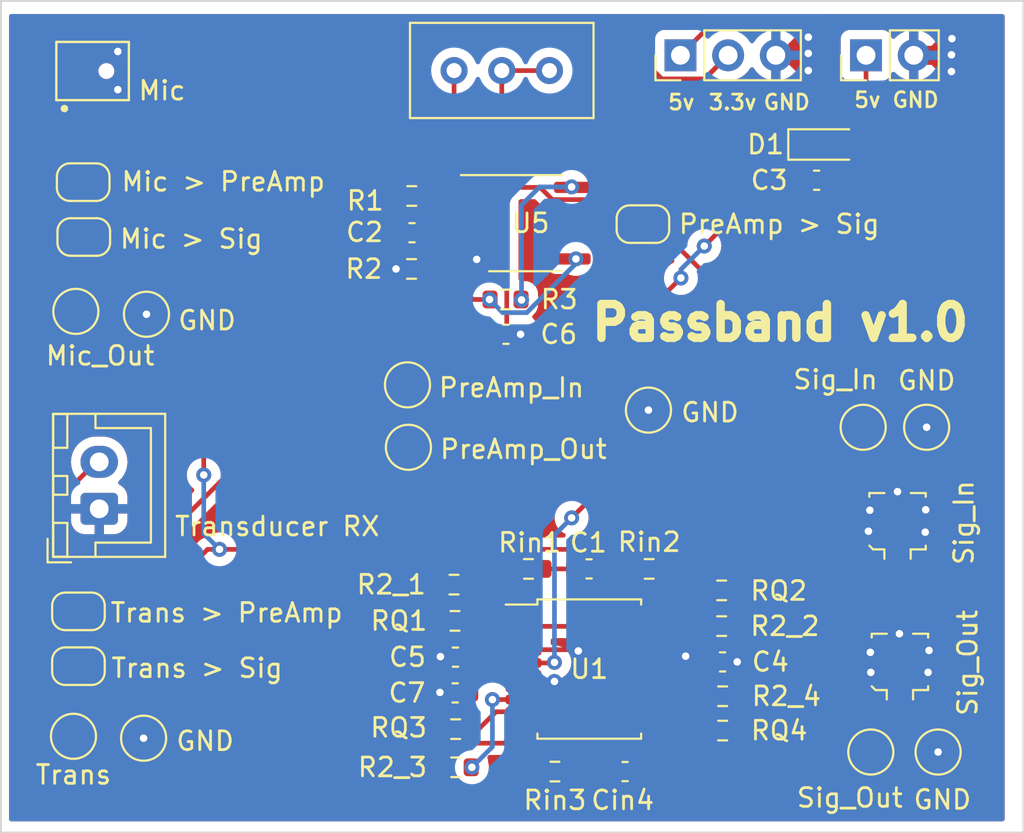
<source format=kicad_pcb>
(kicad_pcb (version 20221018) (generator pcbnew)
  (title_block (comment 4 "AISLER Project ID: ADNTECSP"))
  (layers (0 "F.Cu" signal) (31 "B.Cu" signal) (34 "B.Paste" user) (35 "F.Paste" user) (36 "B.SilkS" user "B.Silkscreen") (37 "F.SilkS" user "F.Silkscreen") (38 "B.Mask" user) (39 "F.Mask" user) (44 "Edge.Cuts" user))
  (net 0 "")
  (net 1 "Net-(U1-V1_A)")
  (net 2 "Net-(U1-INV_D)")
  (net 3 "Net-(U1-AGND)")
  (net 4 "+5V")
  (net 5 "Net-(J2-In)")
  (net 6 "Net-(U1-INV_B)")
  (net 7 "Net-(U1-V1_B)")
  (net 8 "Net-(U1-V2_B)")
  (net 9 "Net-(U1-INV_C)")
  (net 10 "Net-(U1-V1_C)")
  (net 11 "Net-(U1-V2_C)")
  (net 12 "GND")
  (net 13 "Net-(U1-INV_A)")
  (net 14 "Net-(U1-V1_D)")
  (net 15 "Net-(U1-V2_A)")
  (net 16 "+3.3V")
  (net 17 "/Mic_Out")
  (net 18 "/Sig_In")
  (net 19 "Net-(C1-Pad1)")
  (net 20 "Net-(C2-Pad1)")
  (net 21 "/PreAmp_In")
  (net 22 "+1V35")
  (net 23 "/PreAmp_Out")
  (net 24 "Net-(U5A--)")
  (net 25 "/Transducer_Out")
  (net 26 "Net-(U5B--)")
  (net 27 "Net-(D1-A)")
  (footprint "TestPoint:TestPoint_Pad_D2.0mm" (layer "F.Cu") (at 119.4308 131.4704)
    (fp_text reference "TP7" hide)
    (fp_text value "Trans" (at 0 2.05) (layer "F.SilkS"))
    (pad "1" smd circle (at 0 0) (size 2 2) (layers "F.Cu" "F.Mask") (net 25 "/Transducer_Out"))
  )
  (footprint "Connector_JST:JST_XH_B2B-XH-A_1x02_P2.50mm_Vertical" (layer "F.Cu") (at 120.8024 119.3546 90)
    (fp_text reference "J3" hide)
    (fp_text value "Transducer" hide)
    (pad "1" thru_hole roundrect (at 0 0 90) (size 1.7 2) (drill 1) (layers "*.Cu" "*.Mask") (roundrect_rratio 0.1470588235) (net 12 "GND"))
    (pad "2" thru_hole oval (at 2.5 0 90) (size 1.7 2) (drill 1) (layers "*.Cu" "*.Mask") (net 25 "/Transducer_Out"))
  )
  (footprint "Capacitor_SMD:C_0603_1608Metric" (layer "F.Cu") (at 137.4518 104.648 180)
    (fp_text reference "C2" (at 2.527 0.0254) (layer "F.SilkS"))
    (fp_text value "1nF" hide)
    (pad "1" smd roundrect (at -0.775 0 180) (size 0.9 0.95) (layers "F.Cu" "F.Paste" "F.Mask") (net 20 "Net-(C2-Pad1)"))
    (pad "2" smd roundrect (at 0.775 0 180) (size 0.9 0.95) (layers "F.Cu" "F.Paste" "F.Mask") (net 21 "/PreAmp_In"))
  )
  (footprint "Resistor_SMD:R_0603_1608Metric" (layer "F.Cu") (at 150.0764 122.555)
    (fp_text reference "Rin2" (at 0 -1.43) (layer "F.SilkS"))
    (fp_text value "47.5k 1%" hide)
    (pad "1" smd roundrect (at -0.825 0) (size 0.8 0.95) (layers "F.Cu" "F.Paste" "F.Mask") (net 7 "Net-(U1-V1_B)"))
    (pad "2" smd roundrect (at 0.825 0) (size 0.8 0.95) (layers "F.Cu" "F.Paste" "F.Mask") (net 9 "Net-(U1-INV_C)"))
  )
  (footprint "Resistor_SMD:R_0603_1608Metric" (layer "F.Cu") (at 139.6878 123.3932)
    (fp_text reference "R2_1" (at -3.3406 0) (layer "F.SilkS"))
    (fp_text value "82.5k 1%" hide)
    (pad "1" smd roundrect (at -0.825 0) (size 0.8 0.95) (layers "F.Cu" "F.Paste" "F.Mask") (net 6 "Net-(U1-INV_B)"))
    (pad "2" smd roundrect (at 0.825 0) (size 0.8 0.95) (layers "F.Cu" "F.Paste" "F.Mask") (net 8 "Net-(U1-V2_B)"))
  )
  (footprint "TestPoint:TestPoint_Pad_D2.0mm" (layer "F.Cu") (at 123.317 108.9914)
    (fp_text reference "TP8" hide)
    (fp_text value "GND" (at 3.2258 0.3302) (layer "F.SilkS"))
    (pad "1" smd circle (at 0 0) (size 2 2) (layers "F.Cu" "F.Mask") (net 12 "GND"))
  )
  (footprint "TestPoint:TestPoint_Pad_D2.0mm" (layer "F.Cu") (at 137.2616 116.078)
    (fp_text reference "TP2" hide)
    (fp_text value "PreAmp_Out" (at 6.1214 0.1016) (layer "F.SilkS"))
    (pad "1" smd circle (at 0 0) (size 2 2) (layers "F.Cu" "F.Mask") (net 23 "/PreAmp_Out"))
  )
  (footprint "Jumper:SolderJumper-2_P1.3mm_Open_RoundedPad1.0x1.5mm" (layer "F.Cu") (at 119.6952 127.7366)
    (fp_text reference "JP5" hide)
    (fp_text value "Trans > Sig" (at 6.3142 0.1016) (layer "F.SilkS"))
    (pad "1" smd custom (at -0.65 0) (size 1 0.5) (layers "F.Cu" "F.Mask") (net 25 "/Transducer_Out") (options (clearance outline) (anchor rect)) (primitives (gr_circle (center 0 0.25) (end 0.5 0.25) (width 0) (fill yes)) (gr_circle (center 0 -0.25) (end 0.5 -0.25) (width 0) (fill yes)) (gr_poly (pts (xy 0.5 0.75) (xy 0 0.75) (xy 0 -0.75) (xy 0.5 -0.75)) (width 0) (fill yes))))
    (pad "2" smd custom (at 0.65 0) (size 1 0.5) (layers "F.Cu" "F.Mask") (net 18 "/Sig_In") (options (clearance outline) (anchor rect)) (primitives (gr_circle (center 0 0.25) (end 0.5 0.25) (width 0) (fill yes)) (gr_circle (center 0 -0.25) (end 0.5 -0.25) (width 0) (fill yes)) (gr_poly (pts (xy 0 0.75) (xy -0.5 0.75) (xy -0.5 -0.75) (xy 0 -0.75)) (width 0) (fill yes))))
  )
  (footprint "Capacitor_SMD:C_0603_1608Metric" (layer "F.Cu") (at 139.7508 129.159)
    (fp_text reference "C7" (at -2.5654 0) (layer "F.SilkS"))
    (fp_text value "0.1uF" hide)
    (pad "1" smd roundrect (at -0.775 0) (size 0.9 0.95) (layers "F.Cu" "F.Paste" "F.Mask") (net 12 "GND"))
    (pad "2" smd roundrect (at 0.775 0) (size 0.9 0.95) (layers "F.Cu" "F.Paste" "F.Mask") (net 4 "+5V"))
  )
  (footprint "Resistor_SMD:R_0603_1608Metric" (layer "F.Cu") (at 143.6502 122.555 180)
    (fp_text reference "Rin1" (at -0.063 1.397) (layer "F.SilkS"))
    (fp_text value "2.32k 1%" hide)
    (pad "1" smd roundrect (at -0.825 0 180) (size 0.8 0.95) (layers "F.Cu" "F.Paste" "F.Mask") (net 19 "Net-(C1-Pad1)"))
    (pad "2" smd roundrect (at 0.825 0 180) (size 0.8 0.95) (layers "F.Cu" "F.Paste" "F.Mask") (net 6 "Net-(U1-INV_B)"))
  )
  (footprint "Connector_PinHeader_2.54mm:PinHeader_1x03_P2.54mm_Vertical" (layer "F.Cu") (at 151.7396 95.1992 90)
    (fp_text reference "J4" hide)
    (fp_text value "+5v to +3.3v" hide)
    (pad "1" thru_hole rect (at 0 0 90) (size 1.7 1.7) (drill 1) (layers "*.Cu" "*.Mask") (net 4 "+5V"))
    (pad "2" thru_hole oval (at 0 2.54 90) (size 1.7 1.7) (drill 1) (layers "*.Cu" "*.Mask") (net 16 "+3.3V"))
    (pad "3" thru_hole oval (at 0 5.08 90) (size 1.7 1.7) (drill 1) (layers "*.Cu" "*.Mask") (net 12 "GND"))
  )
  (footprint "Resistor_SMD:R_0603_1608Metric" (layer "F.Cu") (at 139.7762 131.0894)
    (fp_text reference "RQ3" (at -3.0358 -0.0762) (layer "F.SilkS"))
    (fp_text value "113k 1%" hide)
    (pad "1" smd roundrect (at -0.825 0) (size 0.8 0.95) (layers "F.Cu" "F.Paste" "F.Mask") (net 13 "Net-(U1-INV_A)"))
    (pad "2" smd roundrect (at 0.825 0) (size 0.8 0.95) (layers "F.Cu" "F.Paste" "F.Mask") (net 1 "Net-(U1-V1_A)"))
  )
  (footprint "Capacitor_SMD:C_0603_1608Metric" (layer "F.Cu") (at 153.9862 127.508 180)
    (fp_text reference "C4" (at -2.54 0) (layer "F.SilkS"))
    (fp_text value "1uF" hide)
    (pad "1" smd roundrect (at -0.775 0 180) (size 0.9 0.95) (layers "F.Cu" "F.Paste" "F.Mask") (net 12 "GND"))
    (pad "2" smd roundrect (at 0.775 0 180) (size 0.9 0.95) (layers "F.Cu" "F.Paste" "F.Mask") (net 3 "Net-(U1-AGND)"))
  )
  (footprint "TestPoint:TestPoint_Pad_D2.0mm" (layer "F.Cu") (at 150.0378 114.0968)
    (fp_text reference "TP9" hide)
    (fp_text value "GND" (at 3.2766 0.127) (layer "F.SilkS"))
    (pad "1" smd circle (at 0 0) (size 2 2) (layers "F.Cu" "F.Mask") (net 12 "GND"))
  )
  (footprint "Resistor_SMD:R_0603_1608Metric" (layer "F.Cu") (at 153.987 131.1656)
    (fp_text reference "RQ4" (at 3.0104 0) (layer "F.SilkS"))
    (fp_text value "102k 1%" hide)
    (pad "1" smd roundrect (at -0.825 0) (size 0.8 0.95) (layers "F.Cu" "F.Paste" "F.Mask") (net 14 "Net-(U1-V1_D)"))
    (pad "2" smd roundrect (at 0.825 0) (size 0.8 0.95) (layers "F.Cu" "F.Paste" "F.Mask") (net 2 "Net-(U1-INV_D)"))
  )
  (footprint "Jumper:SolderJumper-2_P1.3mm_Open_RoundedPad1.0x1.5mm" (layer "F.Cu") (at 149.7434 104.1908)
    (fp_text reference "JP1" hide)
    (fp_text value "PreAmp > Sig" (at 7.254 0) (layer "F.SilkS"))
    (pad "1" smd custom (at -0.65 0) (size 1 0.5) (layers "F.Cu" "F.Mask") (net 23 "/PreAmp_Out") (options (clearance outline) (anchor rect)) (primitives (gr_circle (center 0 0.25) (end 0.5 0.25) (width 0) (fill yes)) (gr_circle (center 0 -0.25) (end 0.5 -0.25) (width 0) (fill yes)) (gr_poly (pts (xy 0.5 0.75) (xy 0 0.75) (xy 0 -0.75) (xy 0.5 -0.75)) (width 0) (fill yes))))
    (pad "2" smd custom (at 0.65 0) (size 1 0.5) (layers "F.Cu" "F.Mask") (net 18 "/Sig_In") (options (clearance outline) (anchor rect)) (primitives (gr_circle (center 0 0.25) (end 0.5 0.25) (width 0) (fill yes)) (gr_circle (center 0 -0.25) (end 0.5 -0.25) (width 0) (fill yes)) (gr_poly (pts (xy 0 0.75) (xy -0.5 0.75) (xy -0.5 -0.75) (xy 0 -0.75)) (width 0) (fill yes))))
  )
  (footprint "Capacitor_SMD:C_0603_1608Metric" (layer "F.Cu") (at 146.8758 122.555)
    (fp_text reference "C1" (at -0.0384 -1.397) (layer "F.SilkS"))
    (fp_text value "1nF" hide)
    (pad "1" smd roundrect (at -0.775 0) (size 0.9 0.95) (layers "F.Cu" "F.Paste" "F.Mask") (net 19 "Net-(C1-Pad1)"))
    (pad "2" smd roundrect (at 0.775 0) (size 0.9 0.95) (layers "F.Cu" "F.Paste" "F.Mask") (net 18 "/Sig_In"))
  )
  (footprint "TestPoint:TestPoint_Pad_D2.0mm" (layer "F.Cu") (at 119.5578 108.839)
    (fp_text reference "TP4" hide)
    (fp_text value "Mic_Out" (at 1.2954 2.3622) (layer "F.SilkS"))
    (pad "1" smd circle (at 0 0) (size 2 2) (layers "F.Cu" "F.Mask") (net 17 "/Mic_Out"))
  )
  (footprint "Package_SO:SSOP-20_5.3x7.2mm_P0.65mm" (layer "F.Cu") (at 146.8872 127.889)
    (fp_text reference "U1" (at 0 0) (layer "F.SilkS"))
    (fp_text value "LTC1562xxG" hide)
    (pad "1" smd roundrect (at -3.5 -2.925) (size 1.9 0.5) (layers "F.Cu" "F.Paste" "F.Mask") (net 6 "Net-(U1-INV_B)"))
    (pad "2" smd roundrect (at -3.5 -2.275) (size 1.9 0.5) (layers "F.Cu" "F.Paste" "F.Mask") (net 7 "Net-(U1-V1_B)"))
    (pad "3" smd roundrect (at -3.5 -1.625) (size 1.9 0.5) (layers "F.Cu" "F.Paste" "F.Mask") (net 8 "Net-(U1-V2_B)"))
    (pad "4" smd roundrect (at -3.5 -0.975) (size 1.9 0.5) (layers "F.Cu" "F.Paste" "F.Mask") (net 12 "GND"))
    (pad "5" smd roundrect (at -3.5 -0.325) (size 1.9 0.5) (layers "F.Cu" "F.Paste" "F.Mask") (net 4 "+5V"))
    (pad "6" smd roundrect (at -3.5 0.325) (size 1.9 0.5) (layers "F.Cu" "F.Paste" "F.Mask") (net 12 "GND"))
    (pad "7" smd roundrect (at -3.5 0.975) (size 1.9 0.5) (layers "F.Cu" "F.Paste" "F.Mask") (net 12 "GND"))
    (pad "8" smd roundrect (at -3.5 1.625) (size 1.9 0.5) (layers "F.Cu" "F.Paste" "F.Mask") (net 15 "Net-(U1-V2_A)"))
    (pad "9" smd roundrect (at -3.5 2.275) (size 1.9 0.5) (layers "F.Cu" "F.Paste" "F.Mask") (net 1 "Net-(U1-V1_A)"))
    (pad "10" smd roundrect (at -3.5 2.925) (size 1.9 0.5) (layers "F.Cu" "F.Paste" "F.Mask") (net 13 "Net-(U1-INV_A)"))
    (pad "11" smd roundrect (at 3.5 2.925) (size 1.9 0.5) (layers "F.Cu" "F.Paste" "F.Mask") (net 2 "Net-(U1-INV_D)"))
    (pad "12" smd roundrect (at 3.5 2.275) (size 1.9 0.5) (layers "F.Cu" "F.Paste" "F.Mask") (net 14 "Net-(U1-V1_D)"))
    (pad "13" smd roundrect (at 3.5 1.625) (size 1.9 0.5) (layers "F.Cu" "F.Paste" "F.Mask") (net 5 "Net-(J2-In)"))
    (pad "14" smd roundrect (at 3.5 0.975) (size 1.9 0.5) (layers "F.Cu" "F.Paste" "F.Mask") (net 12 "GND"))
    (pad "15" smd roundrect (at 3.5 0.325) (size 1.9 0.5) (layers "F.Cu" "F.Paste" "F.Mask") (net 3 "Net-(U1-AGND)"))
    (pad "16" smd roundrect (at 3.5 -0.325) (size 1.9 0.5) (layers "F.Cu" "F.Paste" "F.Mask") (net 12 "GND"))
    (pad "17" smd roundrect (at 3.5 -0.975) (size 1.9 0.5) (layers "F.Cu" "F.Paste" "F.Mask") (net 12 "GND"))
    (pad "18" smd roundrect (at 3.5 -1.625) (size 1.9 0.5) (layers "F.Cu" "F.Paste" "F.Mask") (net 11 "Net-(U1-V2_C)"))
    (pad "19" smd roundrect (at 3.5 -2.275) (size 1.9 0.5) (layers "F.Cu" "F.Paste" "F.Mask") (net 10 "Net-(U1-V1_C)"))
    (pad "20" smd roundrect (at 3.5 -2.925) (size 1.9 0.5) (layers "F.Cu" "F.Paste" "F.Mask") (net 9 "Net-(U1-INV_C)"))
  )
  (footprint "Capacitor_SMD:C_0603_1608Metric" (layer "F.Cu") (at 139.7622 127.254)
    (fp_text reference "C5" (at -2.5514 0) (layer "F.SilkS"))
    (fp_text value "0.1uF" hide)
    (pad "1" smd roundrect (at -0.775 0) (size 0.9 0.95) (layers "F.Cu" "F.Paste" "F.Mask") (net 12 "GND"))
    (pad "2" smd roundrect (at 0.775 0) (size 0.9 0.95) (layers "F.Cu" "F.Paste" "F.Mask") (net 4 "+5V"))
  )
  (footprint "TestPoint:TestPoint_Pad_D2.0mm" (layer "F.Cu") (at 123.1646 131.572)
    (fp_text reference "TP1" hide)
    (fp_text value "GND" (at 3.2766 0.1524) (layer "F.SilkS"))
    (pad "1" smd circle (at 0 0) (size 2 2) (layers "F.Cu" "F.Mask") (net 12 "GND"))
  )
  (footprint "Resistor_SMD:R_0603_1608Metric" (layer "F.Cu") (at 153.9362 125.603)
    (fp_text reference "R2_2" (at 3.365 0) (layer "F.SilkS"))
    (fp_text value "51.1k 1%" hide)
    (pad "1" smd roundrect (at -0.825 0) (size 0.8 0.95) (layers "F.Cu" "F.Paste" "F.Mask") (net 11 "Net-(U1-V2_C)"))
    (pad "2" smd roundrect (at 0.825 0) (size 0.8 0.95) (layers "F.Cu" "F.Paste" "F.Mask") (net 9 "Net-(U1-INV_C)"))
  )
  (footprint "Diode_SMD:D_MicroSMP_AK" (layer "F.Cu") (at 159.622 99.949)
    (fp_text reference "D1" (at -3.3488 0 unlocked) (layer "F.SilkS"))
    (fp_text value "MSS1P3" hide)
    (pad "1" smd rect (at -0.88 0) (size 2 1.1) (layers "F.Cu" "F.Paste" "F.Mask") (net 4 "+5V"))
    (pad "2" smd rect (at 1.02 0) (size 0.8 0.8) (layers "F.Cu" "F.Paste" "F.Mask") (net 27 "Net-(D1-A)"))
  )
  (footprint "Resistor_SMD:R_0603_1608Metric" (layer "F.Cu") (at 153.9362 123.698)
    (fp_text reference "RQ2" (at 3.0358 0.0254) (layer "F.SilkS"))
    (fp_text value "232k 1%" hide)
    (pad "1" smd roundrect (at -0.825 0) (size 0.8 0.95) (layers "F.Cu" "F.Paste" "F.Mask") (net 10 "Net-(U1-V1_C)"))
    (pad "2" smd roundrect (at 0.825 0) (size 0.8 0.95) (layers "F.Cu" "F.Paste" "F.Mask") (net 9 "Net-(U1-INV_C)"))
  )
  (footprint "TestPoint:TestPoint_Pad_D2.0mm" (layer "F.Cu") (at 161.4678 115.0112)
    (fp_text reference "TP5" hide)
    (fp_text value "Sig_In" (at -1.4732 -2.54) (layer "F.SilkS"))
    (pad "1" smd circle (at 0 0) (size 2 2) (layers "F.Cu" "F.Mask") (net 18 "/Sig_In"))
  )
  (footprint "TestPoint:TestPoint_Pad_D2.0mm" (layer "F.Cu") (at 165.4556 132.3086)
    (fp_text reference "TP11" hide)
    (fp_text value "GND" (at 0.2286 2.54) (layer "F.SilkS"))
    (pad "1" smd circle (at 0 0) (size 2 2) (layers "F.Cu" "F.Mask") (net 12 "GND"))
  )
  (footprint "Resistor_SMD:R_0603_1608Metric" (layer "F.Cu") (at 139.7762 133.1214)
    (fp_text reference "R2_3" (at -3.365 0) (layer "F.SilkS"))
    (fp_text value "71.5k 1%" hide)
    (pad "1" smd roundrect (at -0.825 0) (size 0.8 0.95) (layers "F.Cu" "F.Paste" "F.Mask") (net 13 "Net-(U1-INV_A)"))
    (pad "2" smd roundrect (at 0.825 0) (size 0.8 0.95) (layers "F.Cu" "F.Paste" "F.Mask") (net 15 "Net-(U1-V2_A)"))
  )
  (footprint "Package_SO:SOIC-8_3.9x4.9mm_P1.27mm" (layer "F.Cu") (at 143.51 104.14)
    (fp_text reference "U5" (at 0.254 0) (layer "F.SilkS"))
    (fp_text value "AD8552ARZ" hide)
    (pad "1" smd roundrect (at -2.475 -1.905) (size 1.95 0.6) (layers "F.Cu" "F.Paste" "F.Mask") (net 23 "/PreAmp_Out"))
    (pad "2" smd roundrect (at -2.475 -0.635) (size 1.95 0.6) (layers "F.Cu" "F.Paste" "F.Mask") (net 24 "Net-(U5A--)"))
    (pad "3" smd roundrect (at -2.475 0.635) (size 1.95 0.6) (layers "F.Cu" "F.Paste" "F.Mask") (net 22 "+1V35"))
    (pad "4" smd roundrect (at -2.475 1.905) (size 1.95 0.6) (layers "F.Cu" "F.Paste" "F.Mask") (net 12 "GND"))
    (pad "5" smd roundrect (at 2.475 1.905) (size 1.95 0.6) (layers "F.Cu" "F.Paste" "F.Mask") (net 22 "+1V35"))
    (pad "6" smd roundrect (at 2.475 0.635) (size 1.95 0.6) (layers "F.Cu" "F.Paste" "F.Mask") (net 26 "Net-(U5B--)"))
    (pad "7" smd roundrect (at 2.475 -0.635) (size 1.95 0.6) (layers "F.Cu" "F.Paste" "F.Mask") (net 26 "Net-(U5B--)"))
    (pad "8" smd roundrect (at 2.475 -1.905) (size 1.95 0.6) (layers "F.Cu" "F.Paste" "F.Mask") (net 16 "+3.3V"))
  )
  (footprint "Resistor_SMD:R_0603_1608Metric" (layer "F.Cu") (at 153.988 129.3368 180)
    (fp_text reference "R2_4" (at -3.3904 0) (layer "F.SilkS"))
    (fp_text value "59k 1%" hide)
    (pad "1" smd roundrect (at -0.825 0 180) (size 0.8 0.95) (layers "F.Cu" "F.Paste" "F.Mask") (net 5 "Net-(J2-In)"))
    (pad "2" smd roundrect (at 0.825 0 180) (size 0.8 0.95) (layers "F.Cu" "F.Paste" "F.Mask") (net 2 "Net-(U1-INV_D)"))
  )
  (footprint "TestPoint:TestPoint_Pad_D2.0mm" (layer "F.Cu") (at 164.846 115.0112)
    (fp_text reference "TP10" hide)
    (fp_text value "GND" (at 0 -2.4892) (layer "F.SilkS"))
    (pad "1" smd circle (at 0 0) (size 2 2) (layers "F.Cu" "F.Mask") (net 12 "GND"))
  )
  (footprint "Jumper:SolderJumper-2_P1.3mm_Open_RoundedPad1.0x1.5mm" (layer "F.Cu") (at 119.6952 124.8156)
    (fp_text reference "JP4" hide)
    (fp_text value "Trans > PreAmp" (at 7.889 0.0762) (layer "F.SilkS"))
    (pad "1" smd custom (at -0.65 0) (size 1 0.5) (layers "F.Cu" "F.Mask") (net 25 "/Transducer_Out") (options (clearance outline) (anchor rect)) (primitives (gr_circle (center 0 0.25) (end 0.5 0.25) (width 0) (fill yes)) (gr_circle (center 0 -0.25) (end 0.5 -0.25) (width 0) (fill yes)) (gr_poly (pts (xy 0.5 0.75) (xy 0 0.75) (xy 0 -0.75) (xy 0.5 -0.75)) (width 0) (fill yes))))
    (pad "2" smd custom (at 0.65 0) (size 1 0.5) (layers "F.Cu" "F.Mask") (net 21 "/PreAmp_In") (options (clearance outline) (anchor rect)) (primitives (gr_circle (center 0 0.25) (end 0.5 0.25) (width 0) (fill yes)) (gr_circle (center 0 -0.25) (end 0.5 -0.25) (width 0) (fill yes)) (gr_poly (pts (xy 0 0.75) (xy -0.5 0.75) (xy -0.5 -0.75) (xy 0 -0.75)) (width 0) (fill yes))))
  )
  (footprint "Jumper:SolderJumper-2_P1.3mm_Open_RoundedPad1.0x1.5mm" (layer "F.Cu") (at 119.9492 101.9556)
    (fp_text reference "JP2" hide)
    (fp_text value "Mic > PreAmp" (at 7.4572 -0.0254) (layer "F.SilkS"))
    (pad "1" smd custom (at -0.65 0) (size 1 0.5) (layers "F.Cu" "F.Mask") (net 17 "/Mic_Out") (options (clearance outline) (anchor rect)) (primitives (gr_circle (center 0 0.25) (end 0.5 0.25) (width 0) (fill yes)) (gr_circle (center 0 -0.25) (end 0.5 -0.25) (width 0) (fill yes)) (gr_poly (pts (xy 0.5 0.75) (xy 0 0.75) (xy 0 -0.75) (xy 0.5 -0.75)) (width 0) (fill yes))))
    (pad "2" smd custom (at 0.65 0) (size 1 0.5) (layers "F.Cu" "F.Mask") (net 21 "/PreAmp_In") (options (clearance outline) (anchor rect)) (primitives (gr_circle (center 0 0.25) (end 0.5 0.25) (width 0) (fill yes)) (gr_circle (center 0 -0.25) (end 0.5 -0.25) (width 0) (fill yes)) (gr_poly (pts (xy 0 0.75) (xy -0.5 0.75) (xy -0.5 -0.75) (xy 0 -0.75)) (width 0) (fill yes))))
  )
  (footprint "Capacitor_SMD:C_0603_1608Metric" (layer "F.Cu") (at 148.7922 133.35)
    (fp_text reference "Cin4" (at -0.127 1.524) (layer "F.SilkS"))
    (fp_text value "56pF 1%" hide)
    (pad "1" smd roundrect (at -0.775 0) (size 0.9 0.95) (layers "F.Cu" "F.Paste" "F.Mask") (net 1 "Net-(U1-V1_A)"))
    (pad "2" smd roundrect (at 0.775 0) (size 0.9 0.95) (layers "F.Cu" "F.Paste" "F.Mask") (net 2 "Net-(U1-INV_D)"))
  )
  (footprint "TestPoint:TestPoint_Pad_D2.0mm" (layer "F.Cu") (at 137.2108 112.7506)
    (fp_text reference "TP3" hide)
    (fp_text value "PreAmp_In" (at 5.5372 0.1524) (layer "F.SilkS"))
    (pad "1" smd circle (at 0 0) (size 2 2) (layers "F.Cu" "F.Mask") (net 21 "/PreAmp_In"))
  )
  (footprint "Connector_PinHeader_2.54mm:PinHeader_1x02_P2.54mm_Vertical" (layer "F.Cu") (at 161.6202 95.1992 90)
    (fp_text reference "J5" hide)
    (fp_text value "+5v" hide)
    (pad "1" thru_hole rect (at 0 0 90) (size 1.7 1.7) (drill 1) (layers "*.Cu" "*.Mask") (net 27 "Net-(D1-A)"))
    (pad "2" thru_hole oval (at 0 2.54 90) (size 1.7 1.7) (drill 1) (layers "*.Cu" "*.Mask") (net 12 "GND"))
  )
  (footprint "Connector_Coaxial:U.FL_Molex_MCRF_73412-0110_Vertical" (layer "F.Cu") (at 163.2966 120.015)
    (fp_text reference "J1" hide)
    (fp_text value "Sig_In" (at 3.5306 0.0762 90) (layer "F.SilkS"))
    (pad "1" smd rect (at 0 1.5) (size 1 1) (layers "F.Cu" "F.Paste" "F.Mask") (net 18 "/Sig_In"))
    (pad "2" smd rect (at -1.475 0) (size 1.05 2.2) (layers "F.Cu" "F.Paste" "F.Mask") (net 12 "GND"))
    (pad "2" smd rect (at 0 -1.5) (size 1 1) (layers "F.Cu" "F.Paste" "F.Mask") (net 12 "GND"))
    (pad "2" smd rect (at 1.475 0) (size 1.05 2.2) (layers "F.Cu" "F.Paste" "F.Mask") (net 12 "GND"))
  )
  (footprint "Resistor_SMD:R_0603_1608Metric" (layer "F.Cu") (at 137.4272 106.5784)
    (fp_text reference "R2" (at -2.54 0) (layer "F.SilkS"))
    (fp_text value "10k" hide)
    (pad "1" smd roundrect (at -0.825 0) (size 0.8 0.95) (layers "F.Cu" "F.Paste" "F.Mask") (net 12 "GND"))
    (pad "2" smd roundrect (at 0.825 0) (size 0.8 0.95) (layers "F.Cu" "F.Paste" "F.Mask") (net 22 "+1V35"))
  )
  (footprint "Resistor_SMD:R_0603_1608Metric" (layer "F.Cu") (at 139.7386 125.3236)
    (fp_text reference "RQ1" (at -2.985 0) (layer "F.SilkS"))
    (fp_text value "294k 1%" hide)
    (pad "1" smd roundrect (at -0.825 0) (size 0.8 0.95) (layers "F.Cu" "F.Paste" "F.Mask") (net 6 "Net-(U1-INV_B)"))
    (pad "2" smd roundrect (at 0.825 0) (size 0.8 0.95) (layers "F.Cu" "F.Paste" "F.Mask") (net 7 "Net-(U1-V1_B)"))
  )
  (footprint "Resistor_SMD:R_0603_1608Metric" (layer "F.Cu") (at 137.4394 102.6922)
    (fp_text reference "R1" (at -2.477 0.254) (layer "F.SilkS"))
    (fp_text value "10k" hide)
    (pad "1" smd roundrect (at -0.825 0) (size 0.8 0.95) (layers "F.Cu" "F.Paste" "F.Mask") (net 20 "Net-(C2-Pad1)"))
    (pad "2" smd roundrect (at 0.825 0) (size 0.8 0.95) (layers "F.Cu" "F.Paste" "F.Mask") (net 24 "Net-(U5A--)"))
  )
  (footprint "Jumper:SolderJumper-2_P1.3mm_Open_RoundedPad1.0x1.5mm" (layer "F.Cu") (at 119.9792 104.8766)
    (fp_text reference "JP3" hide)
    (fp_text value "Mic > Sig" (at 5.7254 0.1016) (layer "F.SilkS"))
    (pad "1" smd custom (at -0.65 0) (size 1 0.5) (layers "F.Cu" "F.Mask") (net 17 "/Mic_Out") (options (clearance outline) (anchor rect)) (primitives (gr_circle (center 0 0.25) (end 0.5 0.25) (width 0) (fill yes)) (gr_circle (center 0 -0.25) (end 0.5 -0.25) (width 0) (fill yes)) (gr_poly (pts (xy 0.5 0.75) (xy 0 0.75) (xy 0 -0.75) (xy 0.5 -0.75)) (width 0) (fill yes))))
    (pad "2" smd custom (at 0.65 0) (size 1 0.5) (layers "F.Cu" "F.Mask") (net 18 "/Sig_In") (options (clearance outline) (anchor rect)) (primitives (gr_circle (center 0 0.25) (end 0.5 0.25) (width 0) (fill yes)) (gr_circle (center 0 -0.25) (end 0.5 -0.25) (width 0) (fill yes)) (gr_poly (pts (xy 0 0.75) (xy -0.5 0.75) (xy -0.5 -0.75) (xy 0 -0.75)) (width 0) (fill yes))))
  )
  (footprint "Resistor_SMD:R_0603_1608Metric" (layer "F.Cu") (at 145.0594 133.35 180)
    (fp_text reference "Rin3" (at 0 -1.524) (layer "F.SilkS"))
    (fp_text value "102k 1%" hide)
    (pad "1" smd roundrect (at -0.825 0 180) (size 0.8 0.95) (layers "F.Cu" "F.Paste" "F.Mask") (net 10 "Net-(U1-V1_C)"))
    (pad "2" smd roundrect (at 0.825 0 180) (size 0.8 0.95) (layers "F.Cu" "F.Paste" "F.Mask") (net 13 "Net-(U1-INV_A)"))
  )
  (footprint "Capacitor_SMD:C_0603_1608Metric" (layer "F.Cu") (at 142.4556 110.0582)
    (fp_text reference "C6" (at 2.807 0) (layer "F.SilkS"))
    (fp_text value "4.7uF" hide)
    (pad "1" smd roundrect (at -0.775 0) (size 0.9 0.95) (layers "F.Cu" "F.Paste" "F.Mask") (net 22 "+1V35"))
    (pad "2" smd roundrect (at 0.775 0) (size 0.9 0.95) (layers "F.Cu" "F.Paste" "F.Mask") (net 12 "GND"))
  )
  (footprint "Connector_Coaxial:U.FL_Molex_MCRF_73412-0110_Vertical" (layer "F.Cu") (at 163.4236 127.508)
    (fp_text reference "J2" hide)
    (fp_text value "Sig_Out" (at 3.6068 0.0508 90) (layer "F.SilkS"))
    (pad "1" smd rect (at 0 1.5) (size 1 1) (layers "F.Cu" "F.Paste" "F.Mask") (net 5 "Net-(J2-In)"))
    (pad "2" smd rect (at -1.475 0) (size 1.05 2.2) (layers "F.Cu" "F.Paste" "F.Mask") (net 12 "GND"))
    (pad "2" smd rect (at 0 -1.5) (size 1 1) (layers "F.Cu" "F.Paste" "F.Mask") (net 12 "GND"))
    (pad "2" smd rect (at 1.475 0) (size 1.05 2.2) (layers "F.Cu" "F.Paste" "F.Mask") (net 12 "GND"))
  )
  (footprint "Potentiometer_THT:Potentiometer_Bourns_3296W_Vertical" (layer "F.Cu") (at 139.69 96.012 180)
    (fp_text reference "RV1" hide)
    (fp_text value "200k" hide)
    (pad "1" thru_hole circle (at 0 0 180) (size 1.44 1.44) (drill 0.8) (layers "*.Cu" "*.Mask") (net 24 "Net-(U5A--)"))
    (pad "2" thru_hole circle (at -2.54 0 180) (size 1.44 1.44) (drill 0.8) (layers "*.Cu" "*.Mask") (net 23 "/PreAmp_Out"))
    (pad "3" thru_hole circle (at -5.08 0 180) (size 1.44 1.44) (drill 0.8) (layers "*.Cu" "*.Mask") (net 23 "/PreAmp_Out"))
  )
  (footprint "Capacitor_SMD:C_0603_1608Metric" (layer "F.Cu") (at 158.991 101.854)
    (fp_text reference "C3" (at -2.527 0) (layer "F.SilkS"))
    (fp_text value "4.7uF 10v" hide)
    (pad "1" smd roundrect (at -0.775 0) (size 0.9 0.95) (layers "F.Cu" "F.Paste" "F.Mask") (net 4 "+5V"))
    (pad "2" smd roundrect (at 0.775 0) (size 0.9 0.95) (layers "F.Cu" "F.Paste" "F.Mask") (net 12 "GND"))
  )
  (footprint "Resistor_SMD:R_0603_1608Metric" (layer "F.Cu") (at 142.431 108.204)
    (fp_text reference "R3" (at 2.857 0) (layer "F.SilkS"))
    (fp_text value "10k" hide)
    (pad "1" smd roundrect (at -0.825 0) (size 0.8 0.95) (layers "F.Cu" "F.Paste" "F.Mask") (net 22 "+1V35"))
    (pad "2" smd roundrect (at 0.825 0) (size 0.8 0.95) (layers "F.Cu" "F.Paste" "F.Mask") (net 16 "+3.3V"))
  )
  (footprint "SPU0410LR5H_QB:XDCR_SPU0410LR5H-QB_aisler" (layer "F.Cu") (at 120.4489 96.0374 90)
    (fp_text reference "U2" hide)
    (fp_text value "SPU0410LR5H-QB" hide)
    (pad "" np_thru_hole circle (at 0 0.7345 90) (size 0.35 0.35) (drill 0.35) (layers "F&B.Cu" "*.Mask") (clearance 0.25))
    (pad "1" smd circle (at -0.966 -1.3685 90) (size 0.723 0.723) (layers "F.Cu" "F.Paste" "F.Mask") (net 17 "/Mic_Out"))
    (pad "2" smd circle (at -1.015 1.3685 90) (size 0.562 0.562) (layers "F.Cu" "F.Paste" "F.Mask") (net 12 "GND"))
    (pad "3" smd circle (at 1.015 1.3685 90) (size 0.562 0.562) (layers "F.Cu" "F.Paste" "F.Mask") (net 12 "GND"))
    (pad "4" smd circle (at 0.966 -1.3685 90) (size 0.723 0.723) (layers "F.Cu" "F.Paste" "F.Mask") (net 16 "+3.3V"))
    (pad "5" smd circle (at 0 -1.3685 90) (size 0.612 0.612) (layers "F.Cu" "F.Paste" "F.Mask") (net 12 "GND"))
    (pad "6" smd custom (at 0.508 0.7112 90) (size 0.1122 0.0962) (layers "F.Cu") (net 12 "GND") (options (clearance outline) (anchor rect)) (primitives (gr_circle (center -0.508 0.0233) (end 0.017 0.0233) (width 0.2) (fill none))))
    (zone (net 0) (net_name "") (layer "B.Cu") (connect_pads (clearance 0)) (min_thickness 0.25)
      (keepout (tracks not_allowed) (vias allowed) (pads allowed) (copperpour not_allowed) (footprints allowed))
      (fill (thermal_gap 0.5) (thermal_bridge_width 0.5))
      (polygon (pts (xy 120.835282 96.290323) (xy 120.753102 96.0374) (xy 120.835282 95.784477) (xy 120.930477 95.689282) (xy 121.1834 95.607102) (xy 121.316369 95.628162) (xy 121.436323 95.689282) (xy 121.531518 95.784477) (xy 121.592638 95.904431) (xy 121.613698 96.0374) (xy 121.592638 96.170369) (xy 121.531518 96.290323) (xy 121.436323 96.385518) (xy 121.316369 96.446638) (xy 121.1834 96.467698) (xy 121.050431 96.446638) (xy 120.930477 96.385518)))
    )
  )
  (footprint "TestPoint:TestPoint_Pad_D2.0mm" (layer "F.Cu") (at 161.8742 132.3086)
    (fp_text reference "TP6" hide)
    (fp_text value "Sig_Out" (at -1.1176 2.4384) (layer "F.SilkS"))
    (pad "1" smd circle (at 0 0) (size 2 2) (layers "F.Cu" "F.Mask") (net 5 "Net-(J2-In)"))
  )
  (gr_rect (start 115.57 92.3036) (end 170 136.6012) (stroke (width 0.1)) (fill none) (layer "Edge.Cuts"))
  (gr_text "Passband v1.0" (at 146.812 110.49) (layer "F.SilkS") (effects (font (size 1.8 1.8) (thickness 0.45) bold) (justify left bottom)))
  (gr_text "5v" (at 151.003 98.171) (layer "F.SilkS") (effects (font (size 0.8 0.8)) (justify left bottom)))
  (gr_text "3.3v" (at 153.162 98.171) (layer "F.SilkS") (effects (font (size 0.8 0.8)) (justify left bottom)))
  (gr_text "Mic" (at 122.809 97.663) (layer "F.SilkS") (effects (font (size 1 1)) (justify left bottom)))
  (gr_text "GND" (at 162.941 98.044) (layer "F.SilkS") (effects (font (size 0.8 0.8)) (justify left bottom)))
  (gr_text "Transducer RX" (at 124.75 120.875) (layer "F.SilkS") (effects (font (size 1 1)) (justify left bottom)))
  (gr_text "5v" (at 160.909 98.044) (layer "F.SilkS") (effects (font (size 0.8 0.8)) (justify left bottom)))
  (gr_text "GND" (at 156.083 98.171) (layer "F.SilkS") (effects (font (size 0.8 0.8)) (justify left bottom)))
  (segment (start 143.3872 130.164) (end 144.337199 130.164) (width 0.25) (layer "F.Cu") (net 1))
  (segment (start 141.9266 130.164) (end 143.3872 130.164) (width 0.25) (layer "F.Cu") (net 1))
  (segment (start 145.1102 133.728092) (end 145.482108 134.1) (width 0.25) (layer "F.Cu") (net 1))
  (segment (start 145.482108 134.1) (end 147.2672 134.1) (width 0.25) (layer "F.Cu") (net 1))
  (segment (start 145.1102 130.937001) (end 145.1102 133.728092) (width 0.25) (layer "F.Cu") (net 1))
  (segment (start 147.2672 134.1) (end 148.0172 133.35) (width 0.25) (layer "F.Cu") (net 1))
  (segment (start 141.0012 131.0894) (end 141.9266 130.164) (width 0.25) (layer "F.Cu") (net 1))
  (segment (start 140.6012 131.0894) (end 141.0012 131.0894) (width 0.25) (layer "F.Cu") (net 1))
  (segment (start 144.337199 130.164) (end 145.1102 130.937001) (width 0.25) (layer "F.Cu") (net 1))
  (segment (start 152.9858 129.514) (end 153.163 129.3368) (width 0.25) (layer "F.Cu") (net 2))
  (segment (start 153.163 129.3368) (end 154.812 130.9858) (width 0.25) (layer "F.Cu") (net 2))
  (segment (start 149.5672 131.634) (end 150.3872 130.814) (width 0.25) (layer "F.Cu") (net 2))
  (segment (start 154.062 131.9156) (end 154.812 131.1656) (width 0.25) (layer "F.Cu") (net 2))
  (segment (start 150.3872 130.814) (end 151.4888 131.9156) (width 0.25) (layer "F.Cu") (net 2))
  (segment (start 151.4888 131.9156) (end 154.062 131.9156) (width 0.25) (layer "F.Cu") (net 2))
  (segment (start 149.5672 133.35) (end 149.5672 131.634) (width 0.25) (layer "F.Cu") (net 2))
  (segment (start 154.813 131.1646) (end 154.812 131.1656) (width 0.25) (layer "F.Cu") (net 2))
  (segment (start 154.812 130.9858) (end 154.812 131.1656) (width 0.25) (layer "F.Cu") (net 2))
  (segment (start 152.5052 128.214) (end 153.2112 127.508) (width 0.25) (layer "F.Cu") (net 3))
  (segment (start 150.3872 128.214) (end 152.5052 128.214) (width 0.25) (layer "F.Cu") (net 3))
  (segment (start 140.5372 127.254) (end 140.5372 129.1476) (width 0.25) (layer "F.Cu") (net 4))
  (segment (start 140.8472 127.564) (end 143.3872 127.564) (width 0.25) (layer "F.Cu") (net 4))
  (segment (start 158.216 101.854) (end 156.5148 101.854) (width 0.25) (layer "F.Cu") (net 4))
  (segment (start 158.742 101.328) (end 158.216 101.854) (width 0.25) (layer "F.Cu") (net 4))
  (segment (start 143.3872 127.564) (end 145.0034 127.564) (width 0.25) (layer "F.Cu") (net 4))
  (segment (start 148.5138 117.2718) (end 145.9484 119.8372) (width 0.25) (layer "F.Cu") (net 4))
  (segment (start 158.867815 93.458999) (end 159.321801 93.912985) (width 0.25) (layer "F.Cu") (net 4))
  (segment (start 153.479801 93.458999) (end 158.867815 93.458999) (width 0.25) (layer "F.Cu") (net 4))
  (segment (start 140.5372 127.254) (end 140.8472 127.564) (width 0.25) (layer "F.Cu") (net 4))
  (segment (start 159.321801 99.369199) (end 158.742 99.949) (width 0.25) (layer "F.Cu") (net 4))
  (segment (start 156.5148 101.854) (end 153.0096 105.3592) (width 0.25) (layer "F.Cu") (net 4))
  (segment (start 145.0034 127.564) (end 145.034 127.5334) (width 0.25) (layer "F.Cu") (net 4))
  (segment (start 158.742 99.949) (end 158.742 101.328) (width 0.25) (layer "F.Cu") (net 4))
  (segment (start 140.5372 129.1476) (end 140.5258 129.159) (width 0.25) (layer "F.Cu") (net 4))
  (segment (start 151.765 107.061) (end 148.5138 110.3122) (width 0.25) (layer "F.Cu") (net 4))
  (segment (start 148.5138 110.3122) (end 148.5138 117.2718) (width 0.25) (layer "F.Cu") (net 4))
  (segment (start 159.321801 93.912985) (end 159.321801 99.369199) (width 0.25) (layer "F.Cu") (net 4))
  (segment (start 151.7396 95.1992) (end 153.479801 93.458999) (width 0.25) (layer "F.Cu") (net 4))
  (via (at 151.765 107.061) (size 0.8) (drill 0.4) (layers "F.Cu" "B.Cu") (net 4))
  (via (at 145.9484 119.8372) (size 0.8) (drill 0.4) (layers "F.Cu" "B.Cu") (net 4))
  (via (at 145.034 127.5334) (size 0.8) (drill 0.4) (layers "F.Cu" "B.Cu") (net 4))
  (via (at 153.0096 105.3592) (size 0.8) (drill 0.4) (layers "F.Cu" "B.Cu") (net 4))
  (segment (start 145.034 127.5334) (end 145.034 120.7516) (width 0.25) (layer "B.Cu") (net 4))
  (segment (start 145.034 120.7516) (end 145.9484 119.8372) (width 0.25) (layer "B.Cu") (net 4))
  (segment (start 151.765 107.061) (end 151.765 106.6038) (width 0.25) (layer "B.Cu") (net 4))
  (segment (start 151.765 106.6038) (end 153.0096 105.3592) (width 0.25) (layer "B.Cu") (net 4))
  (segment (start 151.833508 129.514) (end 152.760708 128.5868) (width 0.25) (layer "F.Cu") (net 5))
  (segment (start 152.760708 128.5868) (end 154.063 128.5868) (width 0.25) (layer "F.Cu") (net 5))
  (segment (start 154.813 129.3368) (end 158.9024 129.3368) (width 0.25) (layer "F.Cu") (net 5))
  (segment (start 150.3872 129.514) (end 151.833508 129.514) (width 0.25) (layer "F.Cu") (net 5))
  (segment (start 163.4236 130.7592) (end 161.8742 132.3086) (width 0.25) (layer "F.Cu") (net 5))
  (segment (start 163.4236 129.008) (end 163.4236 130.7592) (width 0.25) (layer "F.Cu") (net 5))
  (segment (start 154.063 128.5868) (end 154.813 129.3368) (width 0.25) (layer "F.Cu") (net 5))
  (segment (start 158.9024 129.3368) (end 161.8742 132.3086) (width 0.25) (layer "F.Cu") (net 5))
  (segment (start 142.8252 122.555) (end 142.8252 124.402) (width 0.25) (layer "F.Cu") (net 6))
  (segment (start 142.8252 124.402) (end 143.3872 124.964) (width 0.25) (layer "F.Cu") (net 6))
  (segment (start 138.8628 123.3932) (end 138.8628 125.2728) (width 0.25) (layer "F.Cu") (net 6))
  (segment (start 138.8628 125.2728) (end 138.9136 125.3236) (width 0.25) (layer "F.Cu") (net 6))
  (segment (start 139.701 122.555) (end 142.8252 122.555) (width 0.25) (layer "F.Cu") (net 6))
  (segment (start 138.8628 123.3932) (end 139.701 122.555) (width 0.25) (layer "F.Cu") (net 6))
  (segment (start 149.2514 122.555) (end 146.1924 125.614) (width 0.25) (layer "F.Cu") (net 7))
  (segment (start 140.5636 125.3236) (end 140.854 125.614) (width 0.25) (layer "F.Cu") (net 7))
  (segment (start 140.854 125.614) (end 143.3872 125.614) (width 0.25) (layer "F.Cu") (net 7))
  (segment (start 146.1924 125.614) (end 143.3872 125.614) (width 0.25) (layer "F.Cu") (net 7))
  (segment (start 139.8886 125.8424) (end 140.1852 126.139) (width 0.25) (layer "F.Cu") (net 8))
  (segment (start 143.2622 126.139) (end 143.3872 126.264) (width 0.25) (layer "F.Cu") (net 8))
  (segment (start 140.1852 126.139) (end 143.2622 126.139) (width 0.25) (layer "F.Cu") (net 8))
  (segment (start 139.8886 124.0174) (end 139.8886 125.8424) (width 0.25) (layer "F.Cu") (net 8))
  (segment (start 140.5128 123.3932) (end 139.8886 124.0174) (width 0.25) (layer "F.Cu") (net 8))
  (segment (start 153.6182 122.555) (end 154.7612 123.698) (width 0.25) (layer "F.Cu") (net 9))
  (segment (start 150.9014 124.4498) (end 150.3872 124.964) (width 0.25) (layer "F.Cu") (net 9))
  (segment (start 150.9014 122.555) (end 150.9014 124.4498) (width 0.25) (layer "F.Cu") (net 9))
  (segment (start 150.9014 122.555) (end 153.6182 122.555) (width 0.25) (layer "F.Cu") (net 9))
  (segment (start 154.7612 123.698) (end 154.7612 125.603) (width 0.25) (layer "F.Cu") (net 9))
  (segment (start 153.1112 124.173) (end 151.6702 125.614) (width 0.25) (layer "F.Cu") (net 10))
  (segment (start 153.1112 123.698) (end 153.1112 124.173) (width 0.25) (layer "F.Cu") (net 10))
  (segment (start 148.2598 126.791401) (end 148.2598 130.8862) (width 0.25) (layer "F.Cu") (net 10))
  (segment (start 148.2598 130.8862) (end 145.8844 133.2616) (width 0.25) (layer "F.Cu") (net 10))
  (segment (start 150.3872 125.614) (end 149.437201 125.614) (width 0.25) (layer "F.Cu") (net 10))
  (segment (start 151.6702 125.614) (end 150.3872 125.614) (width 0.25) (layer "F.Cu") (net 10))
  (segment (start 145.8844 133.2616) (end 145.8844 133.35) (width 0.25) (layer "F.Cu") (net 10))
  (segment (start 149.437201 125.614) (end 148.2598 126.791401) (width 0.25) (layer "F.Cu") (net 10))
  (segment (start 152.4502 126.264) (end 153.1112 125.603) (width 0.25) (layer "F.Cu") (net 11))
  (segment (start 150.3872 126.264) (end 152.4502 126.264) (width 0.25) (layer "F.Cu") (net 11))
  (segment (start 143.7018 128.5494) (end 143.3872 128.864) (width 0.25) (layer "F.Cu") (net 12))
  (segment (start 145.034 128.5494) (end 143.7226 128.5494) (width 0.25) (layer "F.Cu") (net 12))
  (segment (start 121.219406 97.028) (end 121.793 97.028) (width 0.5) (layer "F.Cu") (net 12))
  (segment (start 120.228806 96.0374) (end 121.219406 97.028) (width 0.5) (layer "F.Cu") (net 12))
  (segment (start 164.1602 95.1992) (end 166.1414 95.1992) (width 1) (layer "F.Cu") (net 12))
  (segment (start 157.734 95.1992) (end 158.5468 96.012) (width 1) (layer "F.Cu") (net 12))
  (segment (start 156.8196 95.1992) (end 158.4452 95.1992) (width 1) (layer "F.Cu") (net 12))
  (segment (start 165.3032 95.1992) (end 166.1922 94.3102) (width 1) (layer "F.Cu") (net 12))
  (segment (start 143.4428 126.8584) (end 146.2386 126.8584) (width 0.25) (layer "F.Cu") (net 12))
  (segment (start 156.8196 95.1992) (end 157.5816 95.1992) (width 1) (layer "F.Cu") (net 12))
  (segment (start 146.2386 126.8584) (end 146.304 126.9238) (width 0.25) (layer "F.Cu") (net 12))
  (segment (start 151.6582 127.564) (end 152.019 127.2032) (width 0.25) (layer "F.Cu") (net 12))
  (segment (start 121.243806 95.0224) (end 121.8174 95.0224) (width 0.5) (layer "F.Cu") (net 12))
  (segment (start 119.0804 96.0374) (end 120.228806 96.0374) (width 0.5) (layer "F.Cu") (net 12))
  (segment (start 158.4452 95.1992) (end 158.5468 95.0976) (width 1) (layer "F.Cu") (net 12))
  (segment (start 149.437201 127.564) (end 149.1622 127.839001) (width 0.25) (layer "F.Cu") (net 12))
  (segment (start 164.1602 95.1992) (end 165.3032 95.1992) (width 1) (layer "F.Cu") (net 12))
  (segment (start 150.3872 126.914) (end 151.7298 126.914) (width 0.25) (layer "F.Cu") (net 12))
  (segment (start 150.3872 127.564) (end 151.6582 127.564) (width 0.25) (layer "F.Cu") (net 12))
  (segment (start 143.7226 128.5494) (end 143.3872 128.214) (width 0.25) (layer "F.Cu") (net 12))
  (segment (start 143.3872 126.914) (end 143.4428 126.8584) (width 0.25) (layer "F.Cu") (net 12))
  (segment (start 120.228806 96.0374) (end 121.243806 95.0224) (width 0.5) (layer "F.Cu") (net 12))
  (segment (start 166.1414 95.1992) (end 166.1668 95.1738) (width 1) (layer "F.Cu") (net 12))
  (segment (start 149.1622 128.588999) (end 149.437201 128.864) (width 0.25) (layer "F.Cu") (net 12))
  (segment (start 151.7298 126.914) (end 152.019 127.2032) (width 0.25) (layer "F.Cu") (net 12))
  (segment (start 149.437201 128.864) (end 150.3872 128.864) (width 0.25) (layer "F.Cu") (net 12))
  (segment (start 145.034 128.5494) (end 143.7018 128.5494) (width 0.25) (layer "F.Cu") (net 12))
  (segment (start 157.5816 95.1992) (end 158.5468 94.234) (width 1) (layer "F.Cu") (net 12))
  (segment (start 150.3872 127.564) (end 149.437201 127.564) (width 0.25) (layer "F.Cu") (net 12))
  (segment (start 156.8196 95.1992) (end 157.734 95.1992) (width 1) (layer "F.Cu") (net 12))
  (segment (start 165.3032 95.1992) (end 166.1668 96.0628) (width 1) (layer "F.Cu") (net 12))
  (segment (start 149.1622 127.839001) (end 149.1622 128.588999) (width 0.25) (layer "F.Cu") (net 12))
  (via (at 150.0378 114.0968) (size 0.8) (drill 0.4) (layers "F.Cu" "B.Cu") (net 12))
  (via (at 138.938 129.1336) (size 0.8) (drill 0.4) (layers "F.Cu" "B.Cu") (net 12))
  (via (at 164.7698 120.5992) (size 0.8) (drill 0.4) (layers "F.Cu" "B.Cu") (net 12))
  (via (at 158.5468 95.0976) (size 0.8) (drill 0.4) (layers "F.Cu" "B.Cu") (net 12))
  (via (at 158.5468 96.012) (size 0.8) (drill 0.4) (layers "F.Cu" "B.Cu") (net 12))
  (via (at 164.846 115.0112) (size 0.8) (drill 0.4) (layers "F.Cu" "B.Cu") (net 12))
  (via (at 166.1668 95.1738) (size 0.8) (drill 0.4) (layers "F.Cu" "B.Cu") (net 12))
  (via (at 164.973 126.8984) (size 0.8) (drill 0.4) (layers "F.Cu" "B.Cu") (net 12))
  (via (at 166.1922 94.3102) (size 0.8) (drill 0.4) (layers "F.Cu" "B.Cu") (net 12))
  (via (at 163.2966 118.4402) (size 0.8) (drill 0.4) (layers "F.Cu" "B.Cu") (net 12))
  (via (at 154.7622 127.508) (size 0.8) (drill 0.4) (layers "F.Cu" "B.Cu") (net 12))
  (via (at 138.9634 127.2286) (size 0.8) (drill 0.4) (layers "F.Cu" "B.Cu") (net 12))
  (via (at 140.8938 106.0704) (size 0.8) (drill 0.4) (layers "F.Cu" "B.Cu") (net 12))
  (via (at 143.2306 110.0582) (size 0.8) (drill 0.4) (layers "F.Cu" "B.Cu") (net 12))
  (via (at 146.304 126.9238) (size 0.8) (drill 0.4) (layers "F.Cu" "B.Cu") (net 12))
  (via (at 136.6012 106.5784) (size 0.8) (drill 0.4) (layers "F.Cu" "B.Cu") (net 12))
  (via (at 165.4556 132.3086) (size 0.8) (drill 0.4) (layers "F.Cu" "B.Cu") (net 12))
  (via (at 152.019 127.2032) (size 0.8) (drill 0.4) (layers "F.Cu" "B.Cu") (net 12))
  (via (at 164.9222 128.0668) (size 0.8) (drill 0.4) (layers "F.Cu" "B.Cu") (net 12))
  (via (at 161.7472 120.5484) (size 0.8) (drill 0.4) (layers "F.Cu" "B.Cu") (net 12))
  (via (at 123.317 108.9914) (size 0.8) (drill 0.4) (layers "F.Cu" "B.Cu") (net 12))
  (via (at 121.793 94.996) (size 0.8) (drill 0.4) (layers "F.Cu" "B.Cu") (net 12))
  (via (at 166.1668 96.0628) (size 0.8) (drill 0.4) (layers "F.Cu" "B.Cu") (net 12))
  (via (at 164.7952 119.4054) (size 0.8) (drill 0.4) (layers "F.Cu" "B.Cu") (net 12))
  (via (at 161.8234 119.4308) (size 0.8) (drill 0.4) (layers "F.Cu" "B.Cu") (net 12))
  (via (at 145.034 128.5494) (size 0.8) (drill 0.4) (layers "F.Cu" "B.Cu") (net 12))
  (via (at 158.5468 94.234) (size 0.8) (drill 0.4) (layers "F.Cu" "B.Cu") (net 12))
  (via (at 121.793 97.028) (size 0.8) (drill 0.4) (layers "F.Cu" "B.Cu") (net 12))
  (via (at 163.3982 126.0094) (size 0.8) (drill 0.4) (layers "F.Cu" "B.Cu") (net 12))
  (via (at 161.8488 127) (size 0.8) (drill 0.4) (layers "F.Cu" "B.Cu") (net 12))
  (via (at 161.8742 128.0668) (size 0.8) (drill 0.4) (layers "F.Cu" "B.Cu") (net 12))
  (via (at 123.1646 131.572) (size 0.8) (drill 0.4) (layers "F.Cu" "B.Cu") (net 12))
  (segment (start 138.9512 131.0894) (end 138.9512 133.1214) (width 0.25) (layer "F.Cu") (net 13))
  (segment (start 142.3618 131.8394) (end 143.3872 130.814) (width 0.25) (layer "F.Cu") (net 13))
  (segment (start 138.9512 131.0894) (end 139.7012 131.8394) (width 0.25) (layer "F.Cu") (net 13))
  (segment (start 144.2344 131.6612) (end 144.2344 133.35) (width 0.25) (layer "F.Cu") (net 13))
  (segment (start 143.3872 130.814) (end 144.2344 131.6612) (width 0.25) (layer "F.Cu") (net 13))
  (segment (start 139.7012 131.8394) (end 142.3618 131.8394) (width 0.25) (layer "F.Cu") (net 13))
  (segment (start 150.3872 130.164) (end 152.1604 130.164) (width 0.25) (layer "F.Cu") (net 14))
  (segment (start 152.1604 130.164) (end 153.162 131.1656) (width 0.25) (layer "F.Cu") (net 14))
  (segment (start 143.3866 129.5146) (end 143.3872 129.514) (width 0.25) (layer "F.Cu") (net 15))
  (segment (start 141.732 129.5146) (end 143.3866 129.5146) (width 0.25) (layer "F.Cu") (net 15))
  (via (at 140.6398 133.1214) (size 0.8) (drill 0.4) (layers "F.Cu" "B.Cu") (net 15))
  (via (at 141.732 129.5146) (size 0.8) (drill 0.4) (layers "F.Cu" "B.Cu") (net 15))
  (segment (start 141.732 132.0292) (end 140.6398 133.1214) (width 0.25) (layer "B.Cu") (net 15))
  (segment (start 141.732 129.5146) (end 141.732 132.0292) (width 0.25) (layer "B.Cu") (net 15))
  (segment (start 145.985 102.235) (end 147.2438 102.235) (width 0.25) (layer "F.Cu") (net 16))
  (segment (start 120.0776 94.0742) (end 119.0804 95.0714) (width 0.25) (layer "F.Cu") (net 16))
  (segment (start 153.0223 96.4565) (end 150.7469 96.4565) (width 0.25) (layer "F.Cu") (net 16))
  (segment (start 148.3646 94.0742) (end 120.0776 94.0742) (width 0.25) (layer "F.Cu") (net 16))
  (segment (start 154.2796 95.1992) (end 153.0223 96.4565) (width 0.25) (layer "F.Cu") (net 16))
  (segment (start 150.7469 96.4565) (end 148.3646 94.0742) (width 0.25) (layer "F.Cu") (net 16))
  (segment (start 147.2438 102.235) (end 154.2796 95.1992) (width 0.25) (layer "F.Cu") (net 16))
  (via (at 143.2814 108.2294) (size 0.8) (drill 0.4) (layers "F.Cu" "B.Cu") (net 16))
  (via (at 145.9484 102.2096) (size 0.8) (drill 0.4) (layers "F.Cu" "B.Cu") (net 16))
  (segment (start 144.2466 102.2096) (end 145.9484 102.2096) (width 0.25) (layer "B.Cu") (net 16))
  (segment (start 143.2814 103.1748) (end 144.2466 102.2096) (width 0.25) (layer "B.Cu") (net 16))
  (segment (start 143.2814 108.2294) (end 143.2814 103.1748) (width 0.25) (layer "B.Cu") (net 16))
  (segment (start 119.055 101.7114) (end 119.2992 101.9556) (width 0.25) (layer "F.Cu") (net 17))
  (segment (start 119.2992 101.9556) (end 119.2992 104.8466) (width 0.25) (layer "F.Cu") (net 17))
  (segment (start 119.5578 108.839) (end 119.5578 105.1052) (width 0.25) (layer "F.Cu") (net 17))
  (segment (start 119.2992 104.8466) (end 119.3292 104.8766) (width 0.25) (layer "F.Cu") (net 17))
  (segment (start 119.5578 105.1052) (end 119.3292 104.8766) (width 0.25) (layer "F.Cu") (net 17))
  (segment (start 119.0804 101.7368) (end 119.2992 101.9556) (width 0.25) (layer "F.Cu") (net 17))
  (segment (start 119.0804 97.0034) (end 119.0804 101.7368) (width 0.25) (layer "F.Cu") (net 17))
  (segment (start 163.2966 121.515) (end 162.3314 121.515) (width 0.25) (layer "F.Cu") (net 18))
  (segment (start 160.4678 116.0112) (end 160.4678 120.8362) (width 0.25) (layer "F.Cu") (net 18))
  (segment (start 150.3934 104.1908) (end 161.2138 115.0112) (width 0.25) (layer "F.Cu") (net 18))
  (segment (start 127.2032 121.5136) (end 146.6094 121.5136) (width 0.25) (layer "F.Cu") (net 18))
  (segment (start 160.4678 120.8362) (end 161.1466 121.515) (width 0.25) (layer "F.Cu") (net 18))
  (segment (start 120.6292 104.8766) (end 121.1292 104.8766) (width 0.25) (layer "F.Cu") (net 18))
  (segment (start 161.4678 115.0112) (end 160.4678 116.0112) (width 0.25) (layer "F.Cu") (net 18))
  (segment (start 121.1292 104.8766) (end 126.365 110.1124) (width 0.25) (layer "F.Cu") (net 18))
  (segment (start 148.6908 121.515) (end 147.6508 122.555) (width 0.25) (layer "F.Cu") (net 18))
  (segment (start 120.3452 127.7366) (end 126.5682 121.5136) (width 0.25) (layer "F.Cu") (net 18))
  (segment (start 126.365 110.1124) (end 126.365 117.5512) (width 0.25) (layer "F.Cu") (net 18))
  (segment (start 161.1466 121.515) (end 162.3314 121.515) (width 0.25) (layer "F.Cu") (net 18))
  (segment (start 161.2138 115.0112) (end 161.4678 115.0112) (width 0.25) (layer "F.Cu") (net 18))
  (segment (start 162.3314 121.515) (end 148.6908 121.515) (width 0.25) (layer "F.Cu") (net 18))
  (segment (start 126.5682 121.5136) (end 127.2032 121.5136) (width 0.25) (layer "F.Cu") (net 18))
  (segment (start 146.6094 121.5136) (end 147.6508 122.555) (width 0.25) (layer "F.Cu") (net 18))
  (via (at 126.365 117.5512) (size 0.8) (drill 0.4) (layers "F.Cu" "B.Cu") (net 18))
  (via (at 127.2032 121.5136) (size 0.8) (drill 0.4) (layers "F.Cu" "B.Cu") (net 18))
  (segment (start 126.365 120.6754) (end 127.2032 121.5136) (width 0.25) (layer "B.Cu") (net 18))
  (segment (start 126.365 117.5512) (end 126.365 120.6754) (width 0.25) (layer "B.Cu") (net 18))
  (segment (start 146.1008 122.555) (end 144.4752 122.555) (width 0.25) (layer "F.Cu") (net 19))
  (segment (start 136.6144 102.6922) (end 136.6144 103.0356) (width 0.25) (layer "F.Cu") (net 20))
  (segment (start 136.6144 103.0356) (end 138.2268 104.648) (width 0.25) (layer "F.Cu") (net 20))
  (segment (start 136.6768 104.648) (end 137.4394 105.4106) (width 0.25) (layer "F.Cu") (net 21))
  (segment (start 137.4394 112.522) (end 137.2108 112.7506) (width 0.25) (layer "F.Cu") (net 21))
  (segment (start 120.5992 101.9556) (end 123.2916 104.648) (width 0.25) (layer "F.Cu") (net 21))
  (segment (start 132.4102 112.7506) (end 137.2108 112.7506) (width 0.25) (layer "F.Cu") (net 21))
  (segment (start 136.6144 104.5856) (end 136.6768 104.648) (width 0.25) (layer "F.Cu") (net 21))
  (segment (start 120.3452 124.8156) (end 132.4102 112.7506) (width 0.25) (layer "F.Cu") (net 21))
  (segment (start 123.2916 104.648) (end 136.6768 104.648) (width 0.25) (layer "F.Cu") (net 21))
  (segment (start 137.4394 105.4106) (end 137.4394 112.522) (width 0.25) (layer "F.Cu") (net 21))
  (segment (start 141.6806 110.0068) (end 141.6806 110.0582) (width 0.25) (layer "F.Cu") (net 22))
  (segment (start 139.4968 104.775) (end 141.035 104.775) (width 0.25) (layer "F.Cu") (net 22))
  (segment (start 138.2522 106.5784) (end 139.065 106.5784) (width 0.25) (layer "F.Cu") (net 22))
  (segment (start 138.2522 106.0196) (end 139.4968 104.775) (width 0.25) (layer "F.Cu") (net 22))
  (segment (start 138.2522 106.5784) (end 138.2522 106.0196) (width 0.25) (layer "F.Cu") (net 22))
  (segment (start 138.2522 106.5784) (end 141.6806 110.0068) (width 0.25) (layer "F.Cu") (net 22))
  (segment (start 139.065 106.5784) (end 140.6906 108.204) (width 0.25) (layer "F.Cu") (net 22))
  (segment (start 140.6906 108.204) (end 141.606 108.204) (width 0.25) (layer "F.Cu") (net 22))
  (via (at 146.177 106.045) (size 0.8) (drill 0.4) (layers "F.Cu" "B.Cu") (net 22))
  (via (at 141.5796 108.204) (size 0.8) (drill 0.4) (layers "F.Cu" "B.Cu") (net 22))
  (segment (start 141.5796 108.204) (end 142.28 108.9044) (width 0.25) (layer "B.Cu") (net 22))
  (segment (start 142.28 108.9044) (end 143.560995 108.9044) (width 0.25) (layer "B.Cu") (net 22))
  (segment (start 143.560995 108.9044) (end 146.177 106.288395) (width 0.25) (layer "B.Cu") (net 22))
  (segment (start 146.177 106.288395) (end 146.177 106.045) (width 0.25) (layer "B.Cu") (net 22))
  (segment (start 142.494 102.9584) (end 142.494 110.8456) (width 0.25) (layer "F.Cu") (net 23))
  (segment (start 144.9216 102.8846) (end 147.7872 102.8846) (width 0.25) (layer "F.Cu") (net 23))
  (segment (start 142.4056 102.87) (end 142.494 102.9584) (width 0.25) (layer "F.Cu") (net 23))
  (segment (start 142.494 110.8456) (end 137.2616 116.078) (width 0.25) (layer "F.Cu") (net 23))
  (segment (start 141.7706 102.235) (end 142.4056 102.87) (width 0.25) (layer "F.Cu") (net 23))
  (segment (start 142.23 96.012) (end 142.23 101.04) (width 0.25) (layer "F.Cu") (net 23))
  (segment (start 142.23 96.012) (end 144.77 96.012) (width 0.25) (layer "F.Cu") (net 23))
  (segment (start 142.23 101.04) (end 141.035 102.235) (width 0.25) (layer "F.Cu") (net 23))
  (segment (start 141.035 102.235) (end 144.272 102.235) (width 0.25) (layer "F.Cu") (net 23))
  (segment (start 147.7872 102.8846) (end 149.0934 104.1908) (width 0.25) (layer "F.Cu") (net 23))
  (segment (start 142.4056 102.87) (end 142.4202 102.8846) (width 0.25) (layer "F.Cu") (net 23))
  (segment (start 144.272 102.235) (end 144.9216 102.8846) (width 0.25) (layer "F.Cu") (net 23))
  (segment (start 138.2644 102.6922) (end 139.0772 103.505) (width 0.25) (layer "F.Cu") (net 24))
  (segment (start 139.0772 103.505) (end 141.035 103.505) (width 0.25) (layer "F.Cu") (net 24))
  (segment (start 139.69 101.2666) (end 138.2644 102.6922) (width 0.25) (layer "F.Cu") (net 24))
  (segment (start 139.69 96.012) (end 139.69 101.2666) (width 0.25) (layer "F.Cu") (net 24))
  (segment (start 118.3086 119.1984) (end 118.3086 124.079) (width 0.25) (layer "F.Cu") (net 25))
  (segment (start 119.0452 124.8156) (end 119.0452 127.7366) (width 0.25) (layer "F.Cu") (net 25))
  (segment (start 118.3086 124.079) (end 119.0452 124.8156) (width 0.25) (layer "F.Cu") (net 25))
  (segment (start 119.4308 128.1222) (end 119.0452 127.7366) (width 0.25) (layer "F.Cu") (net 25))
  (segment (start 119.4308 131.4704) (end 119.4308 128.1222) (width 0.25) (layer "F.Cu") (net 25))
  (segment (start 120.8024 116.8546) (end 120.6524 116.8546) (width 0.25) (layer "F.Cu") (net 25))
  (segment (start 120.6524 116.8546) (end 118.3086 119.1984) (width 0.25) (layer "F.Cu") (net 25))
  (segment (start 145.985 103.505) (end 145.985 104.775) (width 0.25) (layer "F.Cu") (net 26))
  (segment (start 161.036 99.949) (end 160.642 99.949) (width 0.25) (layer "F.Cu") (net 27))
  (segment (start 161.6202 95.1992) (end 161.6202 99.3648) (width 0.25) (layer "F.Cu") (net 27))
  (segment (start 161.6202 99.3648) (end 161.036 99.949) (width 0.25) (layer "F.Cu") (net 27))
  (zone (net 12) (net_name "GND") (layers "F&B.Cu") (connect_pads (clearance 0.5)) (min_thickness 0.25) (fill yes (thermal_gap 0.5) (thermal_bridge_width 0.5))
    (polygon (pts (xy 116 93) (xy 169 93) (xy 169 136) (xy 116 136)))
  )
)
</source>
